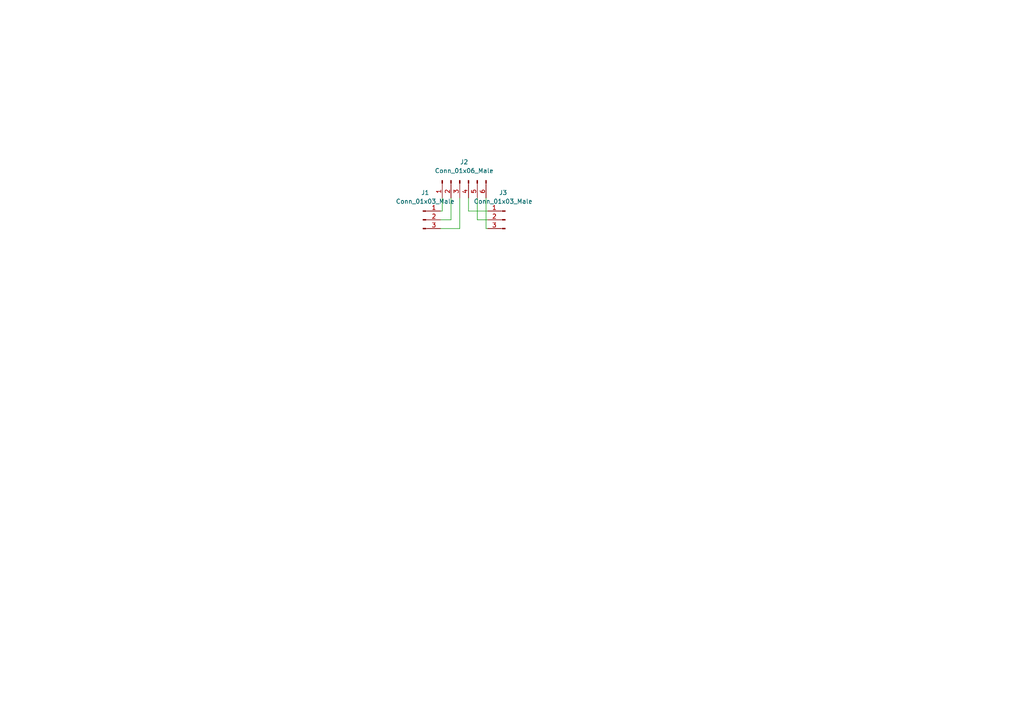
<source format=kicad_sch>
(kicad_sch (version 20211123) (generator eeschema)
  (paper "A4")
  (lib_symbols
    (symbol "Connector:Conn_01x03_Male" (pin_names (offset 1.016) hide)
      (property "Reference" "J" (at 0 5.08 0))
      (property "Value" "Conn_01x03_Male" (at 0 -5.08 0))
      (symbol "Conn_01x03_Male_1_1"
        (polyline (pts (xy 1.27 -2.54) (xy 0.8636 -2.54)) (stroke (width 0.1524)))
        (polyline (pts (xy 1.27 0) (xy 0.8636 0)) (stroke (width 0.1524)))
        (polyline (pts (xy 1.27 2.54) (xy 0.8636 2.54)) (stroke (width 0.1524)))
        (rectangle (start 0.8636 -2.413) (end 0 -2.667) (stroke (width 0.1524)) (fill (type outline)))
        (rectangle (start 0.8636 0.127) (end 0 -0.127) (stroke (width 0.1524)) (fill (type outline)))
        (rectangle (start 0.8636 2.667) (end 0 2.413) (stroke (width 0.1524)) (fill (type outline)))
        (pin passive line (at 5.08 2.54 180) (length 3.81) (name "Pin_1") (number "1"))
        (pin passive line (at 5.08 0 180) (length 3.81) (name "Pin_2") (number "2"))
        (pin passive line (at 5.08 -2.54 180) (length 3.81) (name "Pin_3") (number "3"))
      )
    )
    (symbol "Connector:Conn_01x06_Male" (pin_names (offset 1.016) hide)
      (property "Reference" "J" (at 0 7.62 0))
      (property "Value" "Conn_01x06_Male" (at 0 -10.16 0))
      (symbol "Conn_01x06_Male_1_1"
        (polyline (pts (xy 1.27 -7.62) (xy 0.8636 -7.62)) (stroke (width 0.1524)))
        (polyline (pts (xy 1.27 -5.08) (xy 0.8636 -5.08)) (stroke (width 0.1524)))
        (polyline (pts (xy 1.27 -2.54) (xy 0.8636 -2.54)) (stroke (width 0.1524)))
        (polyline (pts (xy 1.27 0) (xy 0.8636 0)) (stroke (width 0.1524)))
        (polyline (pts (xy 1.27 2.54) (xy 0.8636 2.54)) (stroke (width 0.1524)))
        (polyline (pts (xy 1.27 5.08) (xy 0.8636 5.08)) (stroke (width 0.1524)))
        (rectangle (start 0.8636 -7.493) (end 0 -7.747) (stroke (width 0.1524)) (fill (type outline)))
        (rectangle (start 0.8636 -4.953) (end 0 -5.207) (stroke (width 0.1524)) (fill (type outline)))
        (rectangle (start 0.8636 -2.413) (end 0 -2.667) (stroke (width 0.1524)) (fill (type outline)))
        (rectangle (start 0.8636 0.127) (end 0 -0.127) (stroke (width 0.1524)) (fill (type outline)))
        (rectangle (start 0.8636 2.667) (end 0 2.413) (stroke (width 0.1524)) (fill (type outline)))
        (rectangle (start 0.8636 5.207) (end 0 4.953) (stroke (width 0.1524)) (fill (type outline)))
        (pin passive line (at 5.08 5.08 180) (length 3.81) (name "Pin_1") (number "1"))
        (pin passive line (at 5.08 2.54 180) (length 3.81) (name "Pin_2") (number "2"))
        (pin passive line (at 5.08 0 180) (length 3.81) (name "Pin_3") (number "3"))
        (pin passive line (at 5.08 -2.54 180) (length 3.81) (name "Pin_4") (number "4"))
        (pin passive line (at 5.08 -5.08 180) (length 3.81) (name "Pin_5") (number "5"))
        (pin passive line (at 5.08 -7.62 180) (length 3.81) (name "Pin_6") (number "6"))
      )
    )
  )
  (wire (pts (xy 140.97 66.294) (xy 141.478 66.294)))
  (wire (pts (xy 138.43 57.404) (xy 138.43 63.754)))
  (wire (pts (xy 135.89 61.214) (xy 135.89 57.404)))
  (wire (pts (xy 128.27 57.404) (xy 128.27 61.214)))
  (wire (pts (xy 130.81 63.754) (xy 130.81 57.404)))
  (wire (pts (xy 128.27 61.214) (xy 127.762 61.214)))
  (wire (pts (xy 127.762 66.294) (xy 133.35 66.294)))
  (wire (pts (xy 140.97 57.404) (xy 140.97 66.294)))
  (wire (pts (xy 127.762 63.754) (xy 130.81 63.754)))
  (wire (pts (xy 135.89 61.214) (xy 141.478 61.214)))
  (wire (pts (xy 133.35 66.294) (xy 133.35 57.404)))
  (wire (pts (xy 138.43 63.754) (xy 141.478 63.754)))
  (symbol (lib_id "Connector:Conn_01x06_Male") (at 133.35 52.324 90) (mirror x) (unit 1)
    (property "Reference" "J2" (at 134.62 46.99 90))
    (property "Value" "Conn_01x06_Male" (at 134.62 49.53 90))
    (property "Footprint" "Package_TO_SOT_SMD:SOT-23-6_Handsoldering" (effects hide))
  )
  (symbol (lib_id "Connector:Conn_01x03_Male") (at 146.558 63.754 0) (mirror y) (unit 1)
    (property "Reference" "J3" (at 145.923 55.88 0))
    (property "Value" "Conn_01x03_Male" (at 145.923 58.42 0))
    (property "Footprint" "Connector_PinHeader_2.54mm:PinHeader_1x03_P2.54mm_Vertical" (effects hide))
  )
  (symbol (lib_id "Connector:Conn_01x03_Male") (at 122.682 63.754 0) (unit 1)
    (property "Reference" "J1" (at 123.317 55.88 0))
    (property "Value" "Conn_01x03_Male" (at 123.317 58.42 0))
    (property "Footprint" "Connector_PinHeader_2.54mm:PinHeader_1x03_P2.54mm_Vertical" (effects hide))
  )
)
</source>
